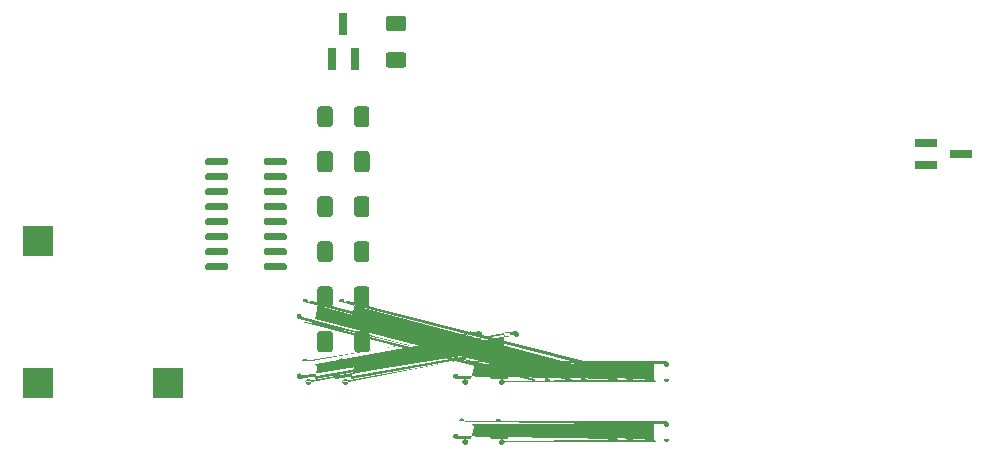
<source format=gbr>
From 88637eb1200b7d808ecd92ad45880f9c76cf190b Mon Sep 17 00:00:00 2001
From: Blaise Thompson <blaise@untzag.com>
Date: Tue, 13 Apr 2021 14:23:03 -0500
Subject: revisionB

---
 gerber/weather-F_Paste.gbr | 902 +++++++++++++++++++++++++++++++++++++++++----
 1 file changed, 826 insertions(+), 76 deletions(-)

(limited to 'gerber/weather-F_Paste.gbr')

diff --git a/gerber/weather-F_Paste.gbr b/gerber/weather-F_Paste.gbr
index c16a140..3529bf8 100644
--- a/gerber/weather-F_Paste.gbr
+++ b/gerber/weather-F_Paste.gbr
@@ -1,19 +1,769 @@
 %TF.GenerationSoftware,KiCad,Pcbnew,5.1.8+dfsg1-1+b1*%
-%TF.CreationDate,2020-12-29T15:19:21-06:00*%
-%TF.ProjectId,weather,77656174-6865-4722-9e6b-696361645f70,1.1.0*%
+%TF.CreationDate,2021-04-12T18:27:31-05:00*%
+%TF.ProjectId,weather,77656174-6865-4722-9e6b-696361645f70,B*%
 %TF.SameCoordinates,Original*%
 %TF.FileFunction,Paste,Top*%
 %TF.FilePolarity,Positive*%
 %FSLAX46Y46*%
 G04 Gerber Fmt 4.6, Leading zero omitted, Abs format (unit mm)*
-G04 Created by KiCad (PCBNEW 5.1.8+dfsg1-1+b1) date 2020-12-29 15:19:21*
+G04 Created by KiCad (PCBNEW 5.1.8+dfsg1-1+b1) date 2021-04-12 18:27:31*
 %MOMM*%
 %LPD*%
 G01*
 G04 APERTURE LIST*
-%ADD10R,2.500000X2.500000*%
+%ADD10R,0.800000X1.900000*%
+%ADD11R,1.900000X0.800000*%
+%ADD12R,2.500000X2.500000*%
 G04 APERTURE END LIST*
 D10*
+%TO.C,Q2*%
+X76200000Y-49300000D03*
+X77150000Y-52300000D03*
+X75250000Y-52300000D03*
+%TD*%
+D11*
+%TO.C,Q1*%
+X128500000Y-60325000D03*
+X125500000Y-61275000D03*
+X125500000Y-59375000D03*
+%TD*%
+%TO.C,R9*%
+G36*
+G01*
+X77100000Y-65395000D02*
+X77100000Y-64145000D01*
+G75*
+G02*
+X77350000Y-63895000I250000J0D01*
+G01*
+X78150000Y-63895000D01*
+G75*
+G02*
+X78400000Y-64145000I0J-250000D01*
+G01*
+X78400000Y-65395000D01*
+G75*
+G02*
+X78150000Y-65645000I-250000J0D01*
+G01*
+X77350000Y-65645000D01*
+G75*
+G02*
+X77100000Y-65395000I0J250000D01*
+G01*
+G37*
+G36*
+G01*
+X74000000Y-65395000D02*
+X74000000Y-64145000D01*
+G75*
+G02*
+X74250000Y-63895000I250000J0D01*
+G01*
+X75050000Y-63895000D01*
+G75*
+G02*
+X75300000Y-64145000I0J-250000D01*
+G01*
+X75300000Y-65395000D01*
+G75*
+G02*
+X75050000Y-65645000I-250000J0D01*
+G01*
+X74250000Y-65645000D01*
+G75*
+G02*
+X74000000Y-65395000I0J250000D01*
+G01*
+G37*
+%TD*%
+%TO.C,R8*%
+G36*
+G01*
+X75300000Y-56525000D02*
+X75300000Y-57775000D01*
+G75*
+G02*
+X75050000Y-58025000I-250000J0D01*
+G01*
+X74250000Y-58025000D01*
+G75*
+G02*
+X74000000Y-57775000I0J250000D01*
+G01*
+X74000000Y-56525000D01*
+G75*
+G02*
+X74250000Y-56275000I250000J0D01*
+G01*
+X75050000Y-56275000D01*
+G75*
+G02*
+X75300000Y-56525000I0J-250000D01*
+G01*
+G37*
+G36*
+G01*
+X78400000Y-56525000D02*
+X78400000Y-57775000D01*
+G75*
+G02*
+X78150000Y-58025000I-250000J0D01*
+G01*
+X77350000Y-58025000D01*
+G75*
+G02*
+X77100000Y-57775000I0J250000D01*
+G01*
+X77100000Y-56525000D01*
+G75*
+G02*
+X77350000Y-56275000I250000J0D01*
+G01*
+X78150000Y-56275000D01*
+G75*
+G02*
+X78400000Y-56525000I0J-250000D01*
+G01*
+G37*
+%TD*%
+%TO.C,R7*%
+G36*
+G01*
+X81270000Y-49900000D02*
+X80020000Y-49900000D01*
+G75*
+G02*
+X79770000Y-49650000I0J250000D01*
+G01*
+X79770000Y-48850000D01*
+G75*
+G02*
+X80020000Y-48600000I250000J0D01*
+G01*
+X81270000Y-48600000D01*
+G75*
+G02*
+X81520000Y-48850000I0J-250000D01*
+G01*
+X81520000Y-49650000D01*
+G75*
+G02*
+X81270000Y-49900000I-250000J0D01*
+G01*
+G37*
+G36*
+G01*
+X81270000Y-53000000D02*
+X80020000Y-53000000D01*
+G75*
+G02*
+X79770000Y-52750000I0J250000D01*
+G01*
+X79770000Y-51950000D01*
+G75*
+G02*
+X80020000Y-51700000I250000J0D01*
+G01*
+X81270000Y-51700000D01*
+G75*
+G02*
+X81520000Y-51950000I0J-250000D01*
+G01*
+X81520000Y-52750000D01*
+G75*
+G02*
+X81270000Y-53000000I-250000J0D01*
+G01*
+G37*
+%TD*%
+%TO.C,R6*%
+G36*
+G01*
+X75300000Y-67955000D02*
+X75300000Y-69205000D01*
+G75*
+G02*
+X75050000Y-69455000I-250000J0D01*
+G01*
+X74250000Y-69455000D01*
+G75*
+G02*
+X74000000Y-69205000I0J250000D01*
+G01*
+X74000000Y-67955000D01*
+G75*
+G02*
+X74250000Y-67705000I250000J0D01*
+G01*
+X75050000Y-67705000D01*
+G75*
+G02*
+X75300000Y-67955000I0J-250000D01*
+G01*
+G37*
+G36*
+G01*
+X78400000Y-67955000D02*
+X78400000Y-69205000D01*
+G75*
+G02*
+X78150000Y-69455000I-250000J0D01*
+G01*
+X77350000Y-69455000D01*
+G75*
+G02*
+X77100000Y-69205000I0J250000D01*
+G01*
+X77100000Y-67955000D01*
+G75*
+G02*
+X77350000Y-67705000I250000J0D01*
+G01*
+X78150000Y-67705000D01*
+G75*
+G02*
+X78400000Y-67955000I0J-250000D01*
+G01*
+G37*
+%TD*%
+%TO.C,R5*%
+G36*
+G01*
+X75300000Y-71765000D02*
+X75300000Y-73015000D01*
+G75*
+G02*
+X75050000Y-73265000I-250000J0D01*
+G01*
+X74250000Y-73265000D01*
+G75*
+G02*
+X74000000Y-73015000I0J250000D01*
+G01*
+X74000000Y-71765000D01*
+G75*
+G02*
+X74250000Y-71515000I250000J0D01*
+G01*
+X75050000Y-71515000D01*
+G75*
+G02*
+X75300000Y-71765000I0J-250000D01*
+G01*
+G37*
+G36*
+G01*
+X78400000Y-71765000D02*
+X78400000Y-73015000D01*
+G75*
+G02*
+X78150000Y-73265000I-250000J0D01*
+G01*
+X77350000Y-73265000D01*
+G75*
+G02*
+X77100000Y-73015000I0J250000D01*
+G01*
+X77100000Y-71765000D01*
+G75*
+G02*
+X77350000Y-71515000I250000J0D01*
+G01*
+X78150000Y-71515000D01*
+G75*
+G02*
+X78400000Y-71765000I0J-250000D01*
+G01*
+G37*
+%TD*%
+%TO.C,C5*%
+G36*
+G01*
+X77100000Y-61610001D02*
+X77100000Y-60309999D01*
+G75*
+G02*
+X77349999Y-60060000I249999J0D01*
+G01*
+X78175001Y-60060000D01*
+G75*
+G02*
+X78425000Y-60309999I0J-249999D01*
+G01*
+X78425000Y-61610001D01*
+G75*
+G02*
+X78175001Y-61860000I-249999J0D01*
+G01*
+X77349999Y-61860000D01*
+G75*
+G02*
+X77100000Y-61610001I0J249999D01*
+G01*
+G37*
+G36*
+G01*
+X73975000Y-61610001D02*
+X73975000Y-60309999D01*
+G75*
+G02*
+X74224999Y-60060000I249999J0D01*
+G01*
+X75050001Y-60060000D01*
+G75*
+G02*
+X75300000Y-60309999I0J-249999D01*
+G01*
+X75300000Y-61610001D01*
+G75*
+G02*
+X75050001Y-61860000I-249999J0D01*
+G01*
+X74224999Y-61860000D01*
+G75*
+G02*
+X73975000Y-61610001I0J249999D01*
+G01*
+G37*
+%TD*%
+%TO.C,C4*%
+G36*
+G01*
+X77100000Y-76850001D02*
+X77100000Y-75549999D01*
+G75*
+G02*
+X77349999Y-75300000I249999J0D01*
+G01*
+X78175001Y-75300000D01*
+G75*
+G02*
+X78425000Y-75549999I0J-249999D01*
+G01*
+X78425000Y-76850001D01*
+G75*
+G02*
+X78175001Y-77100000I-249999J0D01*
+G01*
+X77349999Y-77100000D01*
+G75*
+G02*
+X77100000Y-76850001I0J249999D01*
+G01*
+G37*
+G36*
+G01*
+X73975000Y-76850001D02*
+X73975000Y-75549999D01*
+G75*
+G02*
+X74224999Y-75300000I249999J0D01*
+G01*
+X75050001Y-75300000D01*
+G75*
+G02*
+X75300000Y-75549999I0J-249999D01*
+G01*
+X75300000Y-76850001D01*
+G75*
+G02*
+X75050001Y-77100000I-249999J0D01*
+G01*
+X74224999Y-77100000D01*
+G75*
+G02*
+X73975000Y-76850001I0J249999D01*
+G01*
+G37*
+%TD*%
+%TO.C,U2*%
+G36*
+G01*
+X69445000Y-61110000D02*
+X69445000Y-60810000D01*
+G75*
+G02*
+X69595000Y-60660000I150000J0D01*
+G01*
+X71245000Y-60660000D01*
+G75*
+G02*
+X71395000Y-60810000I0J-150000D01*
+G01*
+X71395000Y-61110000D01*
+G75*
+G02*
+X71245000Y-61260000I-150000J0D01*
+G01*
+X69595000Y-61260000D01*
+G75*
+G02*
+X69445000Y-61110000I0J150000D01*
+G01*
+G37*
+G36*
+G01*
+X69445000Y-62380000D02*
+X69445000Y-62080000D01*
+G75*
+G02*
+X69595000Y-61930000I150000J0D01*
+G01*
+X71245000Y-61930000D01*
+G75*
+G02*
+X71395000Y-62080000I0J-150000D01*
+G01*
+X71395000Y-62380000D01*
+G75*
+G02*
+X71245000Y-62530000I-150000J0D01*
+G01*
+X69595000Y-62530000D01*
+G75*
+G02*
+X69445000Y-62380000I0J150000D01*
+G01*
+G37*
+G36*
+G01*
+X69445000Y-63650000D02*
+X69445000Y-63350000D01*
+G75*
+G02*
+X69595000Y-63200000I150000J0D01*
+G01*
+X71245000Y-63200000D01*
+G75*
+G02*
+X71395000Y-63350000I0J-150000D01*
+G01*
+X71395000Y-63650000D01*
+G75*
+G02*
+X71245000Y-63800000I-150000J0D01*
+G01*
+X69595000Y-63800000D01*
+G75*
+G02*
+X69445000Y-63650000I0J150000D01*
+G01*
+G37*
+G36*
+G01*
+X69445000Y-64920000D02*
+X69445000Y-64620000D01*
+G75*
+G02*
+X69595000Y-64470000I150000J0D01*
+G01*
+X71245000Y-64470000D01*
+G75*
+G02*
+X71395000Y-64620000I0J-150000D01*
+G01*
+X71395000Y-64920000D01*
+G75*
+G02*
+X71245000Y-65070000I-150000J0D01*
+G01*
+X69595000Y-65070000D01*
+G75*
+G02*
+X69445000Y-64920000I0J150000D01*
+G01*
+G37*
+G36*
+G01*
+X69445000Y-66190000D02*
+X69445000Y-65890000D01*
+G75*
+G02*
+X69595000Y-65740000I150000J0D01*
+G01*
+X71245000Y-65740000D01*
+G75*
+G02*
+X71395000Y-65890000I0J-150000D01*
+G01*
+X71395000Y-66190000D01*
+G75*
+G02*
+X71245000Y-66340000I-150000J0D01*
+G01*
+X69595000Y-66340000D01*
+G75*
+G02*
+X69445000Y-66190000I0J150000D01*
+G01*
+G37*
+G36*
+G01*
+X69445000Y-67460000D02*
+X69445000Y-67160000D01*
+G75*
+G02*
+X69595000Y-67010000I150000J0D01*
+G01*
+X71245000Y-67010000D01*
+G75*
+G02*
+X71395000Y-67160000I0J-150000D01*
+G01*
+X71395000Y-67460000D01*
+G75*
+G02*
+X71245000Y-67610000I-150000J0D01*
+G01*
+X69595000Y-67610000D01*
+G75*
+G02*
+X69445000Y-67460000I0J150000D01*
+G01*
+G37*
+G36*
+G01*
+X69445000Y-68730000D02*
+X69445000Y-68430000D01*
+G75*
+G02*
+X69595000Y-68280000I150000J0D01*
+G01*
+X71245000Y-68280000D01*
+G75*
+G02*
+X71395000Y-68430000I0J-150000D01*
+G01*
+X71395000Y-68730000D01*
+G75*
+G02*
+X71245000Y-68880000I-150000J0D01*
+G01*
+X69595000Y-68880000D01*
+G75*
+G02*
+X69445000Y-68730000I0J150000D01*
+G01*
+G37*
+G36*
+G01*
+X69445000Y-70000000D02*
+X69445000Y-69700000D01*
+G75*
+G02*
+X69595000Y-69550000I150000J0D01*
+G01*
+X71245000Y-69550000D01*
+G75*
+G02*
+X71395000Y-69700000I0J-150000D01*
+G01*
+X71395000Y-70000000D01*
+G75*
+G02*
+X71245000Y-70150000I-150000J0D01*
+G01*
+X69595000Y-70150000D01*
+G75*
+G02*
+X69445000Y-70000000I0J150000D01*
+G01*
+G37*
+G36*
+G01*
+X64495000Y-70000000D02*
+X64495000Y-69700000D01*
+G75*
+G02*
+X64645000Y-69550000I150000J0D01*
+G01*
+X66295000Y-69550000D01*
+G75*
+G02*
+X66445000Y-69700000I0J-150000D01*
+G01*
+X66445000Y-70000000D01*
+G75*
+G02*
+X66295000Y-70150000I-150000J0D01*
+G01*
+X64645000Y-70150000D01*
+G75*
+G02*
+X64495000Y-70000000I0J150000D01*
+G01*
+G37*
+G36*
+G01*
+X64495000Y-68730000D02*
+X64495000Y-68430000D01*
+G75*
+G02*
+X64645000Y-68280000I150000J0D01*
+G01*
+X66295000Y-68280000D01*
+G75*
+G02*
+X66445000Y-68430000I0J-150000D01*
+G01*
+X66445000Y-68730000D01*
+G75*
+G02*
+X66295000Y-68880000I-150000J0D01*
+G01*
+X64645000Y-68880000D01*
+G75*
+G02*
+X64495000Y-68730000I0J150000D01*
+G01*
+G37*
+G36*
+G01*
+X64495000Y-67460000D02*
+X64495000Y-67160000D01*
+G75*
+G02*
+X64645000Y-67010000I150000J0D01*
+G01*
+X66295000Y-67010000D01*
+G75*
+G02*
+X66445000Y-67160000I0J-150000D01*
+G01*
+X66445000Y-67460000D01*
+G75*
+G02*
+X66295000Y-67610000I-150000J0D01*
+G01*
+X64645000Y-67610000D01*
+G75*
+G02*
+X64495000Y-67460000I0J150000D01*
+G01*
+G37*
+G36*
+G01*
+X64495000Y-66190000D02*
+X64495000Y-65890000D01*
+G75*
+G02*
+X64645000Y-65740000I150000J0D01*
+G01*
+X66295000Y-65740000D01*
+G75*
+G02*
+X66445000Y-65890000I0J-150000D01*
+G01*
+X66445000Y-66190000D01*
+G75*
+G02*
+X66295000Y-66340000I-150000J0D01*
+G01*
+X64645000Y-66340000D01*
+G75*
+G02*
+X64495000Y-66190000I0J150000D01*
+G01*
+G37*
+G36*
+G01*
+X64495000Y-64920000D02*
+X64495000Y-64620000D01*
+G75*
+G02*
+X64645000Y-64470000I150000J0D01*
+G01*
+X66295000Y-64470000D01*
+G75*
+G02*
+X66445000Y-64620000I0J-150000D01*
+G01*
+X66445000Y-64920000D01*
+G75*
+G02*
+X66295000Y-65070000I-150000J0D01*
+G01*
+X64645000Y-65070000D01*
+G75*
+G02*
+X64495000Y-64920000I0J150000D01*
+G01*
+G37*
+G36*
+G01*
+X64495000Y-63650000D02*
+X64495000Y-63350000D01*
+G75*
+G02*
+X64645000Y-63200000I150000J0D01*
+G01*
+X66295000Y-63200000D01*
+G75*
+G02*
+X66445000Y-63350000I0J-150000D01*
+G01*
+X66445000Y-63650000D01*
+G75*
+G02*
+X66295000Y-63800000I-150000J0D01*
+G01*
+X64645000Y-63800000D01*
+G75*
+G02*
+X64495000Y-63650000I0J150000D01*
+G01*
+G37*
+G36*
+G01*
+X64495000Y-62380000D02*
+X64495000Y-62080000D01*
+G75*
+G02*
+X64645000Y-61930000I150000J0D01*
+G01*
+X66295000Y-61930000D01*
+G75*
+G02*
+X66445000Y-62080000I0J-150000D01*
+G01*
+X66445000Y-62380000D01*
+G75*
+G02*
+X66295000Y-62530000I-150000J0D01*
+G01*
+X64645000Y-62530000D01*
+G75*
+G02*
+X64495000Y-62380000I0J150000D01*
+G01*
+G37*
+G36*
+G01*
+X64495000Y-61110000D02*
+X64495000Y-60810000D01*
+G75*
+G02*
+X64645000Y-60660000I150000J0D01*
+G01*
+X66295000Y-60660000D01*
+G75*
+G02*
+X66445000Y-60810000I0J-150000D01*
+G01*
+X66445000Y-61110000D01*
+G75*
+G02*
+X66295000Y-61260000I-150000J0D01*
+G01*
+X64645000Y-61260000D01*
+G75*
+G02*
+X64495000Y-61110000I0J150000D01*
+G01*
+G37*
+%TD*%
+D12*
 %TO.C,PS1*%
 X50380000Y-79660000D03*
 X61380000Y-79660000D03*
@@ -23,100 +773,100 @@ X50380000Y-67660000D03*
 %TO.C,R4*%
 G36*
 G01*
-X75550000Y-79365001D02*
-X75550000Y-78114999D01*
+X89800000Y-76825001D02*
+X89800000Y-75574999D01*
 G75*
 G02*
-X75799999Y-77865000I249999J0D01*
+X90049999Y-75325000I249999J0D01*
 G01*
-X76600001Y-77865000D01*
+X90850001Y-75325000D01*
 G75*
 G02*
-X76850000Y-78114999I0J-249999D01*
+X91100000Y-75574999I0J-249999D01*
 G01*
-X76850000Y-79365001D01*
+X91100000Y-76825001D01*
 G75*
 G02*
-X76600001Y-79615000I-249999J0D01*
+X90850001Y-77075000I-249999J0D01*
 G01*
-X75799999Y-79615000D01*
+X90049999Y-77075000D01*
 G75*
 G02*
-X75550000Y-79365001I0J249999D01*
+X89800000Y-76825001I0J249999D01*
 G01*
 G37*
 G36*
 G01*
-X72450000Y-79365001D02*
-X72450000Y-78114999D01*
+X86700000Y-76825001D02*
+X86700000Y-75574999D01*
 G75*
 G02*
-X72699999Y-77865000I249999J0D01*
+X86949999Y-75325000I249999J0D01*
 G01*
-X73500001Y-77865000D01*
+X87750001Y-75325000D01*
 G75*
 G02*
-X73750000Y-78114999I0J-249999D01*
+X88000000Y-75574999I0J-249999D01*
 G01*
-X73750000Y-79365001D01*
+X88000000Y-76825001D01*
 G75*
 G02*
-X73500001Y-79615000I-249999J0D01*
+X87750001Y-77075000I-249999J0D01*
 G01*
-X72699999Y-79615000D01*
+X86949999Y-77075000D01*
 G75*
 G02*
-X72450000Y-79365001I0J249999D01*
+X86700000Y-76825001I0J249999D01*
 G01*
 G37*
 %TD*%
 %TO.C,R3*%
 G36*
 G01*
-X75550000Y-74285001D02*
-X75550000Y-73034999D01*
+X95515000Y-79365001D02*
+X95515000Y-78114999D01*
 G75*
 G02*
-X75799999Y-72785000I249999J0D01*
+X95764999Y-77865000I249999J0D01*
 G01*
-X76600001Y-72785000D01*
+X96565001Y-77865000D01*
 G75*
 G02*
-X76850000Y-73034999I0J-249999D01*
+X96815000Y-78114999I0J-249999D01*
 G01*
-X76850000Y-74285001D01*
+X96815000Y-79365001D01*
 G75*
 G02*
-X76600001Y-74535000I-249999J0D01*
+X96565001Y-79615000I-249999J0D01*
 G01*
-X75799999Y-74535000D01*
+X95764999Y-79615000D01*
 G75*
 G02*
-X75550000Y-74285001I0J249999D01*
+X95515000Y-79365001I0J249999D01*
 G01*
 G37*
 G36*
 G01*
-X72450000Y-74285001D02*
-X72450000Y-73034999D01*
+X92415000Y-79365001D02*
+X92415000Y-78114999D01*
 G75*
 G02*
-X72699999Y-72785000I249999J0D01*
+X92664999Y-77865000I249999J0D01*
 G01*
-X73500001Y-72785000D01*
+X93465001Y-77865000D01*
 G75*
 G02*
-X73750000Y-73034999I0J-249999D01*
+X93715000Y-78114999I0J-249999D01*
 G01*
-X73750000Y-74285001D01*
+X93715000Y-79365001D01*
 G75*
 G02*
-X73500001Y-74535000I-249999J0D01*
+X93465001Y-79615000I-249999J0D01*
 G01*
-X72699999Y-74535000D01*
+X92664999Y-79615000D01*
 G75*
 G02*
-X72450000Y-74285001I0J249999D01*
+X92415000Y-79365001I0J249999D01*
 G01*
 G37*
 %TD*%
@@ -223,100 +973,100 @@ G37*
 %TO.C,R2*%
 G36*
 G01*
-X88810000Y-84445001D02*
-X88810000Y-83194999D01*
+X102500000Y-84445001D02*
+X102500000Y-83194999D01*
 G75*
 G02*
-X89059999Y-82945000I249999J0D01*
+X102749999Y-82945000I249999J0D01*
 G01*
-X89860001Y-82945000D01*
+X103550001Y-82945000D01*
 G75*
 G02*
-X90110000Y-83194999I0J-249999D01*
+X103800000Y-83194999I0J-249999D01*
 G01*
-X90110000Y-84445001D01*
+X103800000Y-84445001D01*
 G75*
 G02*
-X89860001Y-84695000I-249999J0D01*
+X103550001Y-84695000I-249999J0D01*
 G01*
-X89059999Y-84695000D01*
+X102749999Y-84695000D01*
 G75*
 G02*
-X88810000Y-84445001I0J249999D01*
+X102500000Y-84445001I0J249999D01*
 G01*
 G37*
 G36*
 G01*
-X85710000Y-84445001D02*
-X85710000Y-83194999D01*
+X99400000Y-84445001D02*
+X99400000Y-83194999D01*
 G75*
 G02*
-X85959999Y-82945000I249999J0D01*
+X99649999Y-82945000I249999J0D01*
 G01*
-X86760001Y-82945000D01*
+X100450001Y-82945000D01*
 G75*
 G02*
-X87010000Y-83194999I0J-249999D01*
+X100700000Y-83194999I0J-249999D01*
 G01*
-X87010000Y-84445001D01*
+X100700000Y-84445001D01*
 G75*
 G02*
-X86760001Y-84695000I-249999J0D01*
+X100450001Y-84695000I-249999J0D01*
 G01*
-X85959999Y-84695000D01*
+X99649999Y-84695000D01*
 G75*
 G02*
-X85710000Y-84445001I0J249999D01*
+X99400000Y-84445001I0J249999D01*
 G01*
 G37*
 %TD*%
 %TO.C,R1*%
 G36*
 G01*
-X88810000Y-79365001D02*
-X88810000Y-78114999D01*
+X102500000Y-79365001D02*
+X102500000Y-78114999D01*
 G75*
 G02*
-X89059999Y-77865000I249999J0D01*
+X102749999Y-77865000I249999J0D01*
 G01*
-X89860001Y-77865000D01*
+X103550001Y-77865000D01*
 G75*
 G02*
-X90110000Y-78114999I0J-249999D01*
+X103800000Y-78114999I0J-249999D01*
 G01*
-X90110000Y-79365001D01*
+X103800000Y-79365001D01*
 G75*
 G02*
-X89860001Y-79615000I-249999J0D01*
+X103550001Y-79615000I-249999J0D01*
 G01*
-X89059999Y-79615000D01*
+X102749999Y-79615000D01*
 G75*
 G02*
-X88810000Y-79365001I0J249999D01*
+X102500000Y-79365001I0J249999D01*
 G01*
 G37*
 G36*
 G01*
-X85710000Y-79365001D02*
-X85710000Y-78114999D01*
+X99400000Y-79365001D02*
+X99400000Y-78114999D01*
 G75*
 G02*
-X85959999Y-77865000I249999J0D01*
+X99649999Y-77865000I249999J0D01*
 G01*
-X86760001Y-77865000D01*
+X100450001Y-77865000D01*
 G75*
 G02*
-X87010000Y-78114999I0J-249999D01*
+X100700000Y-78114999I0J-249999D01*
 G01*
-X87010000Y-79365001D01*
+X100700000Y-79365001D01*
 G75*
 G02*
-X86760001Y-79615000I-249999J0D01*
+X100450001Y-79615000I-249999J0D01*
 G01*
-X85959999Y-79615000D01*
+X99649999Y-79615000D01*
 G75*
 G02*
-X85710000Y-79365001I0J249999D01*
+X99400000Y-79365001I0J249999D01*
 G01*
 G37*
 %TD*%
-- 
cgit v1.2.3


</source>
